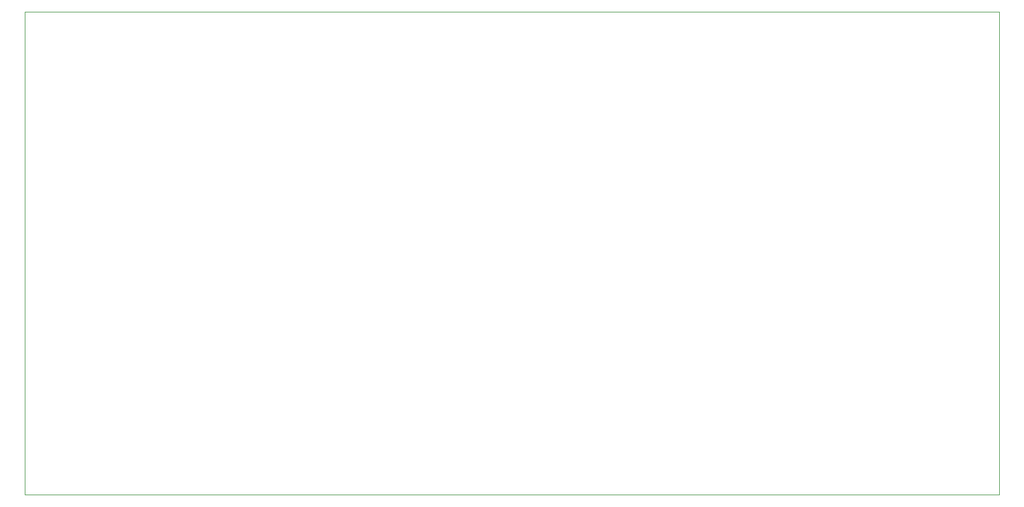
<source format=gm1>
G04 #@! TF.GenerationSoftware,KiCad,Pcbnew,(6.0.1)*
G04 #@! TF.CreationDate,2022-02-20T22:53:54-05:00*
G04 #@! TF.ProjectId,op_mainboard1,6f705f6d-6169-46e6-926f-617264312e6b,rev?*
G04 #@! TF.SameCoordinates,Original*
G04 #@! TF.FileFunction,Profile,NP*
%FSLAX46Y46*%
G04 Gerber Fmt 4.6, Leading zero omitted, Abs format (unit mm)*
G04 Created by KiCad (PCBNEW (6.0.1)) date 2022-02-20 22:53:54*
%MOMM*%
%LPD*%
G01*
G04 APERTURE LIST*
G04 #@! TA.AperFunction,Profile*
%ADD10C,0.100000*%
G04 #@! TD*
G04 APERTURE END LIST*
D10*
X40640000Y-100965000D02*
X180340000Y-100965000D01*
X180340000Y-100965000D02*
X180340000Y-170180000D01*
X180340000Y-170180000D02*
X40640000Y-170180000D01*
X40640000Y-170180000D02*
X40640000Y-100965000D01*
M02*

</source>
